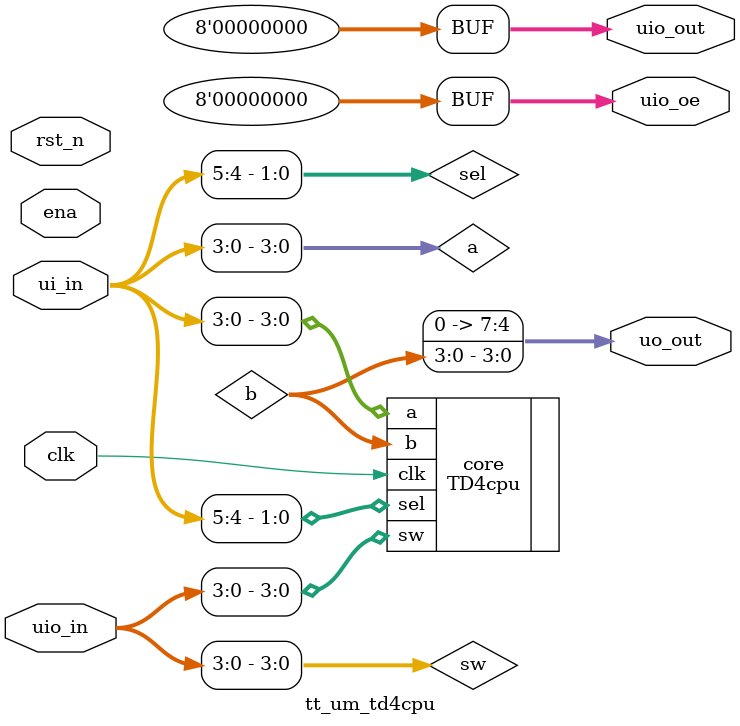
<source format=v>
/*
 * Copyright (c) 2024 Your Name
 * SPDX-License-Identifier: Apache-2.0
 */

`default_nettype none

module tt_um_td4cpu (
    input  wire [7:0] ui_in,    // Dedicated inputs
    output wire [7:0] uo_out,   // Dedicated outputs
    input  wire [7:0] uio_in,   // IOs: Input path
    output wire [7:0] uio_out,  // IOs: Output path
    output wire [7:0] uio_oe,   // IOs: Enable path (active high: 0=input, 1=output)
    input  wire       ena,      // always 1 when the design is powered, so you can ignore it
    input  wire       clk,      // clock
    input  wire       rst_n     // reset_n - low to reset
);
    
  // All output pins must be assigned. If not used, assign to 0.
 wire [3:0] a   = ui_in[3:0];
    wire [1:0] sel = ui_in[5:4];
    wire [3:0] sw  = uio_in[3:0]; // Use it if necessary.

    wire [3:0] b;

    // TD4CPU instance
    TD4cpu core (
        .a(a),
        .sw(sw),
        .b(b),
        .sel(sel),
        .clk(clk)
    );

    // Output: Upper 4 bits zero-padded + b output
    assign uo_out  = {4'b0000, b};
    assign uio_out = 8'b00000000; // If you don't use it, it's zero.
    assign uio_oe  = 8'b00000000; // Output disabled (treated as input only)

  // List all unused inputs to prevent warnings
  wire _unused = &{ena, rst_n};

endmodule

</source>
